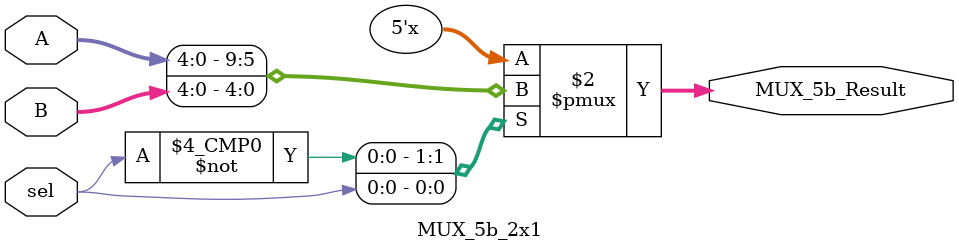
<source format=v>
module MUX_5b_2x1(
    input wire [4:0] A,
    input wire [4:0] B,
    input wire sel,
    output reg [4:0] MUX_5b_Result
);

    always @(*) begin
        case (sel)
            1'b0: MUX_5b_Result = A;
            1'b1: MUX_5b_Result = B;
            default: MUX_5b_Result = 5'b0;
        endcase
    end

endmodule
</source>
